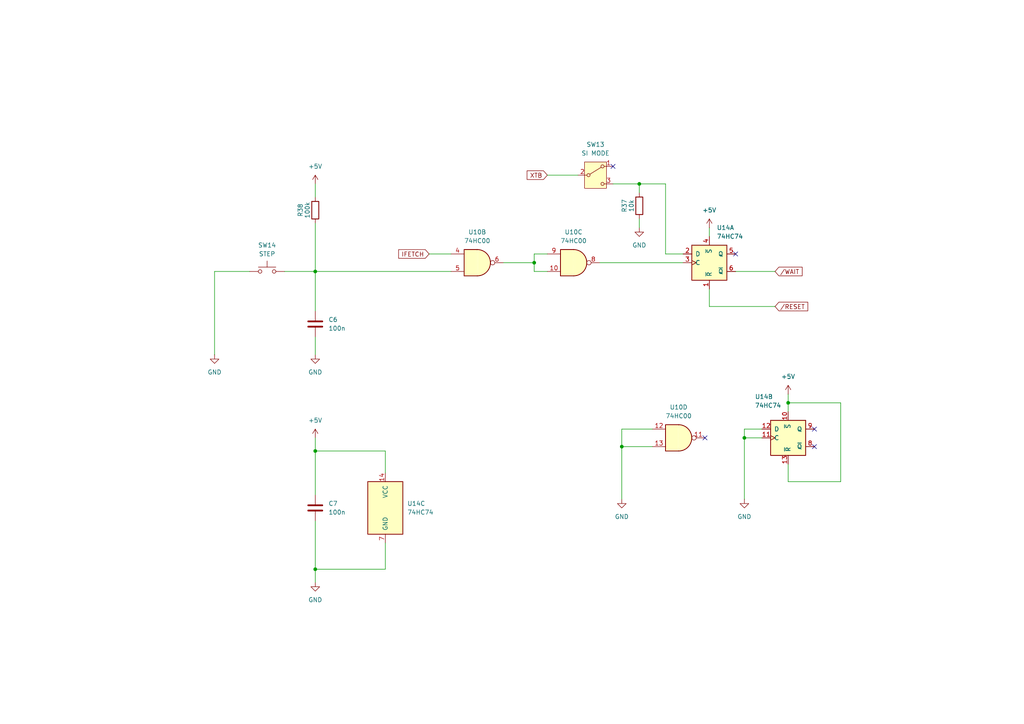
<source format=kicad_sch>
(kicad_sch (version 20250114) (generator "eeschema") (generator_version "9.0")
  (paper "A4")
  (lib_symbols
    (symbol "74xx:74HC00" (pin_names (offset 1.016))
      (property "Reference" "U" (at 0 1.27 0))
      (property "Value" "74HC00" (at 0 -1.27 0))
      (symbol "74HC00_1_1"
        (arc (start 0 3.81) (mid 3.7934 0) (end 0 -3.81) (stroke (width 0.254)) (fill (type background)))
        (polyline (pts (xy 0 3.81) (xy -3.81 3.81) (xy -3.81 -3.81) (xy 0 -3.81)) (stroke (width 0.254)) (fill (type background)))
        (pin input line (at -7.62 2.54 0) (length 3.81) (name "~") (number "1"))
        (pin input line (at -7.62 -2.54 0) (length 3.81) (name "~") (number "2"))
        (pin output inverted (at 7.62 0 180) (length 3.81) (name "~") (number "3"))
      )
      (symbol "74HC00_1_2"
        (arc (start -3.81 3.81) (mid -2.589 0) (end -3.81 -3.81) (stroke (width 0.254)))
        (polyline (pts (xy -3.81 3.81) (xy -0.635 3.81)) (stroke (width 0.254)) (fill (type background)))
        (polyline (pts (xy -3.81 -3.81) (xy -0.635 -3.81)) (stroke (width 0.254)) (fill (type background)))
        (arc (start 3.81 0) (mid 2.1855 -2.584) (end -0.6096 -3.81) (stroke (width 0.254)) (fill (type background)))
        (arc (start -0.6096 3.81) (mid 2.1928 2.5924) (end 3.81 0) (stroke (width 0.254)) (fill (type background)))
        (polyline (pts (xy -0.635 3.81) (xy -3.81 3.81) (xy -3.81 3.81) (xy -3.556 3.4036) (xy -3.0226 2.2606) (xy -2.6924 1.0414) (xy -2.6162 -0.254) (xy -2.7686 -1.4986) (xy -3.175 -2.7178) (xy -3.81 -3.81) (xy -3.81 -3.81) (xy -0.635 -3.81)) (stroke (width -25.4)) (fill (type background)))
        (pin input inverted (at -7.62 2.54 0) (length 4.318) (name "~") (number "1"))
        (pin input inverted (at -7.62 -2.54 0) (length 4.318) (name "~") (number "2"))
        (pin output line (at 7.62 0 180) (length 3.81) (name "~") (number "3"))
      )
      (symbol "74HC00_2_1"
        (arc (start 0 3.81) (mid 3.7934 0) (end 0 -3.81) (stroke (width 0.254)) (fill (type background)))
        (polyline (pts (xy 0 3.81) (xy -3.81 3.81) (xy -3.81 -3.81) (xy 0 -3.81)) (stroke (width 0.254)) (fill (type background)))
        (pin input line (at -7.62 2.54 0) (length 3.81) (name "~") (number "4"))
        (pin input line (at -7.62 -2.54 0) (length 3.81) (name "~") (number "5"))
        (pin output inverted (at 7.62 0 180) (length 3.81) (name "~") (number "6"))
      )
      (symbol "74HC00_2_2"
        (arc (start -3.81 3.81) (mid -2.589 0) (end -3.81 -3.81) (stroke (width 0.254)))
        (polyline (pts (xy -3.81 3.81) (xy -0.635 3.81)) (stroke (width 0.254)) (fill (type background)))
        (polyline (pts (xy -3.81 -3.81) (xy -0.635 -3.81)) (stroke (width 0.254)) (fill (type background)))
        (arc (start 3.81 0) (mid 2.1855 -2.584) (end -0.6096 -3.81) (stroke (width 0.254)) (fill (type background)))
        (arc (start -0.6096 3.81) (mid 2.1928 2.5924) (end 3.81 0) (stroke (width 0.254)) (fill (type background)))
        (polyline (pts (xy -0.635 3.81) (xy -3.81 3.81) (xy -3.81 3.81) (xy -3.556 3.4036) (xy -3.0226 2.2606) (xy -2.6924 1.0414) (xy -2.6162 -0.254) (xy -2.7686 -1.4986) (xy -3.175 -2.7178) (xy -3.81 -3.81) (xy -3.81 -3.81) (xy -0.635 -3.81)) (stroke (width -25.4)) (fill (type background)))
        (pin input inverted (at -7.62 2.54 0) (length 4.318) (name "~") (number "4"))
        (pin input inverted (at -7.62 -2.54 0) (length 4.318) (name "~") (number "5"))
        (pin output line (at 7.62 0 180) (length 3.81) (name "~") (number "6"))
      )
      (symbol "74HC00_3_1"
        (arc (start 0 3.81) (mid 3.7934 0) (end 0 -3.81) (stroke (width 0.254)) (fill (type background)))
        (polyline (pts (xy 0 3.81) (xy -3.81 3.81) (xy -3.81 -3.81) (xy 0 -3.81)) (stroke (width 0.254)) (fill (type background)))
        (pin input line (at -7.62 2.54 0) (length 3.81) (name "~") (number "9"))
        (pin input line (at -7.62 -2.54 0) (length 3.81) (name "~") (number "10"))
        (pin output inverted (at 7.62 0 180) (length 3.81) (name "~") (number "8"))
      )
      (symbol "74HC00_3_2"
        (arc (start -3.81 3.81) (mid -2.589 0) (end -3.81 -3.81) (stroke (width 0.254)))
        (polyline (pts (xy -3.81 3.81) (xy -0.635 3.81)) (stroke (width 0.254)) (fill (type background)))
        (polyline (pts (xy -3.81 -3.81) (xy -0.635 -3.81)) (stroke (width 0.254)) (fill (type background)))
        (arc (start 3.81 0) (mid 2.1855 -2.584) (end -0.6096 -3.81) (stroke (width 0.254)) (fill (type background)))
        (arc (start -0.6096 3.81) (mid 2.1928 2.5924) (end 3.81 0) (stroke (width 0.254)) (fill (type background)))
        (polyline (pts (xy -0.635 3.81) (xy -3.81 3.81) (xy -3.81 3.81) (xy -3.556 3.4036) (xy -3.0226 2.2606) (xy -2.6924 1.0414) (xy -2.6162 -0.254) (xy -2.7686 -1.4986) (xy -3.175 -2.7178) (xy -3.81 -3.81) (xy -3.81 -3.81) (xy -0.635 -3.81)) (stroke (width -25.4)) (fill (type background)))
        (pin input inverted (at -7.62 2.54 0) (length 4.318) (name "~") (number "9"))
        (pin input inverted (at -7.62 -2.54 0) (length 4.318) (name "~") (number "10"))
        (pin output line (at 7.62 0 180) (length 3.81) (name "~") (number "8"))
      )
      (symbol "74HC00_4_1"
        (arc (start 0 3.81) (mid 3.7934 0) (end 0 -3.81) (stroke (width 0.254)) (fill (type background)))
        (polyline (pts (xy 0 3.81) (xy -3.81 3.81) (xy -3.81 -3.81) (xy 0 -3.81)) (stroke (width 0.254)) (fill (type background)))
        (pin input line (at -7.62 2.54 0) (length 3.81) (name "~") (number "12"))
        (pin input line (at -7.62 -2.54 0) (length 3.81) (name "~") (number "13"))
        (pin output inverted (at 7.62 0 180) (length 3.81) (name "~") (number "11"))
      )
      (symbol "74HC00_4_2"
        (arc (start -3.81 3.81) (mid -2.589 0) (end -3.81 -3.81) (stroke (width 0.254)))
        (polyline (pts (xy -3.81 3.81) (xy -0.635 3.81)) (stroke (width 0.254)) (fill (type background)))
        (polyline (pts (xy -3.81 -3.81) (xy -0.635 -3.81)) (stroke (width 0.254)) (fill (type background)))
        (arc (start 3.81 0) (mid 2.1855 -2.584) (end -0.6096 -3.81) (stroke (width 0.254)) (fill (type background)))
        (arc (start -0.6096 3.81) (mid 2.1928 2.5924) (end 3.81 0) (stroke (width 0.254)) (fill (type background)))
        (polyline (pts (xy -0.635 3.81) (xy -3.81 3.81) (xy -3.81 3.81) (xy -3.556 3.4036) (xy -3.0226 2.2606) (xy -2.6924 1.0414) (xy -2.6162 -0.254) (xy -2.7686 -1.4986) (xy -3.175 -2.7178) (xy -3.81 -3.81) (xy -3.81 -3.81) (xy -0.635 -3.81)) (stroke (width -25.4)) (fill (type background)))
        (pin input inverted (at -7.62 2.54 0) (length 4.318) (name "~") (number "12"))
        (pin input inverted (at -7.62 -2.54 0) (length 4.318) (name "~") (number "13"))
        (pin output line (at 7.62 0 180) (length 3.81) (name "~") (number "11"))
      )
      (symbol "74HC00_5_0"
        (pin power_in line (at 0 12.7 270) (length 5.08) (name "VCC") (number "14"))
        (pin power_in line (at 0 -12.7 90) (length 5.08) (name "GND") (number "7"))
      )
      (symbol "74HC00_5_1"
        (rectangle (start -5.08 7.62) (end 5.08 -7.62) (stroke (width 0.254)) (fill (type background)))
      )
    )
    (symbol "74xx:74HC74" (pin_names (offset 1.016))
      (property "Reference" "U" (at -7.62 8.89 0))
      (property "Value" "74HC74" (at -7.62 -8.89 0))
      (symbol "74HC74_1_0"
        (pin input line (at -7.62 2.54 0) (length 2.54) (name "D") (number "2"))
        (pin input clock (at -7.62 0 0) (length 2.54) (name "C") (number "3"))
        (pin input line (at 0 7.62 270) (length 2.54) (name "~{S}") (number "4"))
        (pin input line (at 0 -7.62 90) (length 2.54) (name "~{R}") (number "1"))
        (pin output line (at 7.62 2.54 180) (length 2.54) (name "Q") (number "5"))
        (pin output line (at 7.62 -2.54 180) (length 2.54) (name "~{Q}") (number "6"))
      )
      (symbol "74HC74_1_1"
        (rectangle (start -5.08 5.08) (end 5.08 -5.08) (stroke (width 0.254)) (fill (type background)))
      )
      (symbol "74HC74_2_0"
        (pin input line (at -7.62 2.54 0) (length 2.54) (name "D") (number "12"))
        (pin input clock (at -7.62 0 0) (length 2.54) (name "C") (number "11"))
        (pin input line (at 0 7.62 270) (length 2.54) (name "~{S}") (number "10"))
        (pin input line (at 0 -7.62 90) (length 2.54) (name "~{R}") (number "13"))
        (pin output line (at 7.62 2.54 180) (length 2.54) (name "Q") (number "9"))
        (pin output line (at 7.62 -2.54 180) (length 2.54) (name "~{Q}") (number "8"))
      )
      (symbol "74HC74_2_1"
        (rectangle (start -5.08 5.08) (end 5.08 -5.08) (stroke (width 0.254)) (fill (type background)))
      )
      (symbol "74HC74_3_0"
        (pin power_in line (at 0 10.16 270) (length 2.54) (name "VCC") (number "14"))
        (pin power_in line (at 0 -10.16 90) (length 2.54) (name "GND") (number "7"))
      )
      (symbol "74HC74_3_1"
        (rectangle (start -5.08 7.62) (end 5.08 -7.62) (stroke (width 0.254)) (fill (type background)))
      )
    )
    (symbol "Device:C" (pin_numbers (hide yes)) (pin_names (offset 0.254))
      (property "Reference" "C" (at 0.635 2.54 0))
      (property "Value" "C" (at 0.635 -2.54 0))
      (symbol "C_0_1"
        (polyline (pts (xy -2.032 0.762) (xy 2.032 0.762)) (stroke (width 0.508)))
        (polyline (pts (xy -2.032 -0.762) (xy 2.032 -0.762)) (stroke (width 0.508)))
      )
      (symbol "C_1_1"
        (pin passive line (at 0 3.81 270) (length 2.794) (name "~") (number "1"))
        (pin passive line (at 0 -3.81 90) (length 2.794) (name "~") (number "2"))
      )
    )
    (symbol "Device:R" (pin_numbers (hide yes)) (pin_names (offset 0))
      (property "Reference" "R" (at 2.032 0 90))
      (property "Value" "R" (at 0 0 90))
      (symbol "R_0_1"
        (rectangle (start -1.016 -2.54) (end 1.016 2.54) (stroke (width 0.254)))
      )
      (symbol "R_1_1"
        (pin passive line (at 0 3.81 270) (length 1.27) (name "~") (number "1"))
        (pin passive line (at 0 -3.81 90) (length 1.27) (name "~") (number "2"))
      )
    )
    (symbol "Switch:SW_Push" (pin_numbers (hide yes)) (pin_names (offset 1.016) (hide yes))
      (property "Reference" "SW" (at 1.27 2.54 0))
      (property "Value" "SW_Push" (at 0 -1.524 0))
      (symbol "SW_Push_0_1"
        (circle (center -2.032 0) (radius 0.508))
        (polyline (pts (xy 0 1.27) (xy 0 3.048)))
        (circle (center 2.032 0) (radius 0.508))
        (polyline (pts (xy 2.54 1.27) (xy -2.54 1.27)))
        (pin passive line (at -5.08 0 0) (length 2.54) (name "1") (number "1"))
        (pin passive line (at 5.08 0 180) (length 2.54) (name "2") (number "2"))
      )
    )
    (symbol "Switch:SW_SPDT" (pin_names (offset 0) (hide yes))
      (property "Reference" "SW" (at 0 5.08 0))
      (property "Value" "SW_SPDT" (at 0 -5.08 0))
      (symbol "SW_SPDT_0_1"
        (circle (center -2.032 0) (radius 0.4572))
        (polyline (pts (xy -1.651 0.254) (xy 1.651 2.286)))
        (circle (center 2.032 2.54) (radius 0.4572))
        (circle (center 2.032 -2.54) (radius 0.4572))
      )
      (symbol "SW_SPDT_1_1"
        (rectangle (start -3.175 3.81) (end 3.175 -3.81) (fill (type background)))
        (pin passive line (at -5.08 0 0) (length 2.54) (name "B") (number "2"))
        (pin passive line (at 5.08 2.54 180) (length 2.54) (name "A") (number "1"))
        (pin passive line (at 5.08 -2.54 180) (length 2.54) (name "C") (number "3"))
      )
    )
    (symbol "power:+5V" (power) (pin_numbers (hide yes)) (pin_names (offset 0) (hide yes))
      (property "Value" "+5V" (at 0 3.556 0))
      (symbol "+5V_0_1"
        (polyline (pts (xy -0.762 1.27) (xy 0 2.54)))
        (polyline (pts (xy 0 2.54) (xy 0.762 1.27)))
        (polyline (pts (xy 0 0) (xy 0 2.54)))
      )
      (symbol "+5V_1_1"
        (pin power_in line (at 0 0 90) (length 0) (name "~") (number "1"))
      )
    )
    (symbol "power:GND" (power) (pin_numbers (hide yes)) (pin_names (offset 0) (hide yes))
      (property "Value" "GND" (at 0 -3.81 0))
      (symbol "GND_0_1"
        (polyline (pts (xy 0 0) (xy 0 -1.27) (xy 1.27 -1.27) (xy 0 -2.54) (xy -1.27 -1.27) (xy 0 -1.27)))
      )
      (symbol "GND_1_1"
        (pin power_in line (at 0 0 270) (length 0) (name "~") (number "1"))
      )
    )
  )
  (junction (at 228.6 116.84))
  (junction (at 215.9 127))
  (junction (at 91.44 130.81))
  (junction (at 91.44 78.74))
  (junction (at 180.34 129.54))
  (junction (at 185.42 53.34))
  (junction (at 154.94 76.2))
  (junction (at 91.44 165.1))
  (no_connect (at 236.22 129.54))
  (no_connect (at 177.8 48.26))
  (no_connect (at 204.47 127))
  (no_connect (at 236.22 124.46))
  (no_connect (at 213.36 73.66))
  (wire (pts (xy 180.34 124.46) (xy 189.23 124.46)))
  (wire (pts (xy 185.42 53.34) (xy 193.04 53.34)))
  (wire (pts (xy 215.9 127) (xy 220.98 127)))
  (wire (pts (xy 205.74 88.9) (xy 205.74 83.82)))
  (wire (pts (xy 62.23 78.74) (xy 72.39 78.74)))
  (wire (pts (xy 215.9 144.78) (xy 215.9 127)))
  (wire (pts (xy 91.44 53.34) (xy 91.44 57.15)))
  (wire (pts (xy 180.34 129.54) (xy 189.23 129.54)))
  (wire (pts (xy 158.75 78.74) (xy 154.94 78.74)))
  (wire (pts (xy 91.44 130.81) (xy 111.76 130.81)))
  (wire (pts (xy 180.34 129.54) (xy 180.34 124.46)))
  (wire (pts (xy 228.6 114.3) (xy 228.6 116.84)))
  (wire (pts (xy 154.94 73.66) (xy 158.75 73.66)))
  (wire (pts (xy 91.44 127) (xy 91.44 130.81)))
  (wire (pts (xy 91.44 78.74) (xy 91.44 90.17)))
  (wire (pts (xy 124.46 73.66) (xy 130.81 73.66)))
  (wire (pts (xy 158.75 50.8) (xy 167.64 50.8)))
  (wire (pts (xy 154.94 76.2) (xy 154.94 73.66)))
  (wire (pts (xy 91.44 151.13) (xy 91.44 165.1)))
  (wire (pts (xy 82.55 78.74) (xy 91.44 78.74)))
  (wire (pts (xy 224.79 88.9) (xy 205.74 88.9)))
  (wire (pts (xy 215.9 127) (xy 215.9 124.46)))
  (wire (pts (xy 228.6 116.84) (xy 228.6 119.38)))
  (wire (pts (xy 91.44 97.79) (xy 91.44 102.87)))
  (wire (pts (xy 228.6 139.7) (xy 228.6 134.62)))
  (wire (pts (xy 185.42 53.34) (xy 185.42 55.88)))
  (wire (pts (xy 185.42 63.5) (xy 185.42 66.04)))
  (wire (pts (xy 111.76 157.48) (xy 111.76 165.1)))
  (wire (pts (xy 111.76 130.81) (xy 111.76 137.16)))
  (wire (pts (xy 62.23 102.87) (xy 62.23 78.74)))
  (wire (pts (xy 91.44 78.74) (xy 130.81 78.74)))
  (wire (pts (xy 91.44 64.77) (xy 91.44 78.74)))
  (wire (pts (xy 154.94 78.74) (xy 154.94 76.2)))
  (wire (pts (xy 91.44 165.1) (xy 111.76 165.1)))
  (wire (pts (xy 177.8 53.34) (xy 185.42 53.34)))
  (wire (pts (xy 193.04 53.34) (xy 193.04 73.66)))
  (wire (pts (xy 243.84 116.84) (xy 243.84 139.7)))
  (wire (pts (xy 180.34 144.78) (xy 180.34 129.54)))
  (wire (pts (xy 213.36 78.74) (xy 224.79 78.74)))
  (wire (pts (xy 215.9 124.46) (xy 220.98 124.46)))
  (wire (pts (xy 91.44 130.81) (xy 91.44 143.51)))
  (wire (pts (xy 193.04 73.66) (xy 198.12 73.66)))
  (wire (pts (xy 243.84 139.7) (xy 228.6 139.7)))
  (wire (pts (xy 228.6 116.84) (xy 243.84 116.84)))
  (wire (pts (xy 205.74 66.04) (xy 205.74 68.58)))
  (wire (pts (xy 146.05 76.2) (xy 154.94 76.2)))
  (wire (pts (xy 91.44 165.1) (xy 91.44 168.91)))
  (wire (pts (xy 173.99 76.2) (xy 198.12 76.2)))
  (global_label "{slash}WAIT" (shape input) (at 224.79 78.74 0) (property "Intersheetrefs" "${INTERSHEET_REFS}" (effects (hide yes))))
  (global_label "XTB" (shape input) (at 158.75 50.8 180) (property "Intersheetrefs" "${INTERSHEET_REFS}" (effects (hide yes))))
  (global_label "IFETCH" (shape input) (at 124.46 73.66 180) (property "Intersheetrefs" "${INTERSHEET_REFS}" (effects (hide yes))))
  (global_label "{slash}RESET" (shape input) (at 224.79 88.9 0) (property "Intersheetrefs" "${INTERSHEET_REFS}" (effects (hide yes))))
  (symbol (lib_id "power:GND") (at 180.34 144.78 0) (unit 1)
    (property "Reference" "#PWR073" (effects (hide yes)))
    (property "Value" "GND" (at 180.34 149.86 0))
    (property "Description" "Power symbol creates a global label with name \"GND\" , ground" (effects (hide yes)))
  )
  (symbol (lib_id "Switch:SW_SPDT") (at 172.72 50.8 0) (unit 1)
    (property "Reference" "SW13" (at 172.72 41.91 0))
    (property "Value" "SI MODE" (at 172.72 44.45 0))
    (property "Footprint" "Connector_PinHeader_2.54mm:PinHeader_1x03_P2.54mm_Vertical" (effects (hide yes)))
    (property "Description" "Switch, single pole double throw" (effects (hide yes)))
  )
  (symbol (lib_id "74xx:74HC00") (at 138.43 76.2 0) (unit 2)
    (property "Reference" "U10" (at 138.4217 67.31 0))
    (property "Value" "74HC00" (at 138.4217 69.85 0))
    (property "Footprint" "Package_SO:SO-14_3.9x8.65mm_P1.27mm" (effects (hide yes)))
    (property "Datasheet" "http://www.ti.com/lit/gpn/sn74hc00" (effects (hide yes)))
    (property "Description" "quad 2-input NAND gate" (effects (hide yes)))
  )
  (symbol (lib_id "power:GND") (at 215.9 144.78 0) (unit 1)
    (property "Reference" "#PWR072" (effects (hide yes)))
    (property "Value" "GND" (at 215.9 149.86 0))
    (property "Description" "Power symbol creates a global label with name \"GND\" , ground" (effects (hide yes)))
  )
  (symbol (lib_id "power:GND") (at 91.44 168.91 0) (unit 1)
    (property "Reference" "#PWR070" (effects (hide yes)))
    (property "Value" "GND" (at 91.44 173.99 0))
    (property "Description" "Power symbol creates a global label with name \"GND\" , ground" (effects (hide yes)))
  )
  (symbol (lib_id "power:+5V") (at 91.44 53.34 0) (unit 1)
    (property "Reference" "#PWR066" (effects (hide yes)))
    (property "Value" "+5V" (at 91.44 48.26 0))
    (property "Description" "Power symbol creates a global label with name \"+5V\"" (effects (hide yes)))
  )
  (symbol (lib_id "power:GND") (at 185.42 66.04 0) (unit 1)
    (property "Reference" "#PWR065" (effects (hide yes)))
    (property "Value" "GND" (at 185.42 71.12 0))
    (property "Description" "Power symbol creates a global label with name \"GND\" , ground" (effects (hide yes)))
  )
  (symbol (lib_id "Device:R") (at 185.42 59.69 180) (unit 1)
    (property "Reference" "R37" (at 181.102 59.69 90))
    (property "Value" "10k" (at 183.134 59.69 90))
    (property "Footprint" "Resistor_SMD:R_0805_2012Metric" (effects (hide yes)))
    (property "Description" "Resistor" (effects (hide yes)))
  )
  (symbol (lib_id "power:GND") (at 91.44 102.87 0) (unit 1)
    (property "Reference" "#PWR067" (effects (hide yes)))
    (property "Value" "GND" (at 91.44 107.95 0))
    (property "Description" "Power symbol creates a global label with name \"GND\" , ground" (effects (hide yes)))
  )
  (symbol (lib_id "74xx:74HC74") (at 228.6 127 0) (unit 2)
    (property "Reference" "U14" (at 218.948 115.062 0) (effects (justify left)))
    (property "Value" "74HC74" (at 218.948 117.602 0) (effects (justify left)))
    (property "Footprint" "Package_SO:SO-14_3.9x8.65mm_P1.27mm" (effects (hide yes)))
    (property "Datasheet" "74xx/74hc_hct74.pdf" (effects (hide yes)))
    (property "Description" "Dual D Flip-flop, Set & Reset" (effects (hide yes)))
  )
  (symbol (lib_id "power:+5V") (at 228.6 114.3 0) (unit 1)
    (property "Reference" "#PWR071" (effects (hide yes)))
    (property "Value" "+5V" (at 228.6 109.22 0))
    (property "Description" "Power symbol creates a global label with name \"+5V\"" (effects (hide yes)))
  )
  (symbol (lib_id "74xx:74HC00") (at 166.37 76.2 0) (unit 3)
    (property "Reference" "U10" (at 166.3617 67.31 0))
    (property "Value" "74HC00" (at 166.3617 69.85 0))
    (property "Footprint" "Package_SO:SO-14_3.9x8.65mm_P1.27mm" (effects (hide yes)))
    (property "Datasheet" "http://www.ti.com/lit/gpn/sn74hc00" (effects (hide yes)))
    (property "Description" "quad 2-input NAND gate" (effects (hide yes)))
  )
  (symbol (lib_id "power:+5V") (at 91.44 127 0) (unit 1)
    (property "Reference" "#PWR069" (effects (hide yes)))
    (property "Value" "+5V" (at 91.44 121.92 0))
    (property "Description" "Power symbol creates a global label with name \"+5V\"" (effects (hide yes)))
  )
  (symbol (lib_id "74xx:74HC00") (at 196.85 127 0) (unit 4)
    (property "Reference" "U10" (at 196.8417 118.11 0))
    (property "Value" "74HC00" (at 196.8417 120.65 0))
    (property "Footprint" "Package_SO:SO-14_3.9x8.65mm_P1.27mm" (effects (hide yes)))
    (property "Datasheet" "http://www.ti.com/lit/gpn/sn74hc00" (effects (hide yes)))
    (property "Description" "quad 2-input NAND gate" (effects (hide yes)))
  )
  (symbol (lib_id "Device:R") (at 91.44 60.96 180) (unit 1)
    (property "Reference" "R38" (at 87.122 60.96 90))
    (property "Value" "100k" (at 89.154 60.96 90))
    (property "Footprint" "Resistor_SMD:R_0805_2012Metric" (effects (hide yes)))
    (property "Description" "Resistor" (effects (hide yes)))
  )
  (symbol (lib_id "Switch:SW_Push") (at 77.47 78.74 0) (unit 1)
    (property "Reference" "SW14" (at 77.47 71.12 0))
    (property "Value" "STEP" (at 77.47 73.66 0))
    (property "Footprint" "Button_Switch_THT:SW_PUSH_6mm_H4.3mm" (effects (hide yes)))
    (property "Description" "Push button switch, generic, two pins" (effects (hide yes)))
  )
  (symbol (lib_id "power:GND") (at 62.23 102.87 0) (unit 1)
    (property "Reference" "#PWR068" (effects (hide yes)))
    (property "Value" "GND" (at 62.23 107.95 0))
    (property "Description" "Power symbol creates a global label with name \"GND\" , ground" (effects (hide yes)))
  )
  (symbol (lib_id "Device:C") (at 91.44 147.32 0) (unit 1)
    (property "Reference" "C7" (at 95.25 146.0499 0) (effects (justify left)))
    (property "Value" "100n" (at 95.25 148.5899 0) (effects (justify left)))
    (property "Footprint" "Capacitor_SMD:C_0805_2012Metric_Pad1.18x1.45mm_HandSolder" (effects (hide yes)))
    (property "Description" "Unpolarized capacitor" (effects (hide yes)))
  )
  (symbol (lib_id "Device:C") (at 91.44 93.98 0) (unit 1)
    (property "Reference" "C6" (at 95.25 92.7099 0) (effects (justify left)))
    (property "Value" "100n" (at 95.25 95.2499 0) (effects (justify left)))
    (property "Footprint" "Capacitor_SMD:C_0805_2012Metric_Pad1.18x1.45mm_HandSolder" (effects (hide yes)))
    (property "Description" "Unpolarized capacitor" (effects (hide yes)))
  )
  (symbol (lib_id "74xx:74HC74") (at 205.74 76.2 0) (unit 1)
    (property "Reference" "U14" (at 207.8833 66.04 0) (effects (justify left)))
    (property "Value" "74HC74" (at 207.8833 68.58 0) (effects (justify left)))
    (property "Footprint" "Package_SO:SO-14_3.9x8.65mm_P1.27mm" (effects (hide yes)))
    (property "Datasheet" "74xx/74hc_hct74.pdf" (effects (hide yes)))
    (property "Description" "Dual D Flip-flop, Set & Reset" (effects (hide yes)))
  )
  (symbol (lib_id "power:+5V") (at 205.74 66.04 0) (unit 1)
    (property "Reference" "#PWR064" (effects (hide yes)))
    (property "Value" "+5V" (at 205.74 60.96 0))
    (property "Description" "Power symbol creates a global label with name \"+5V\"" (effects (hide yes)))
  )
  (symbol (lib_id "74xx:74HC74") (at 111.76 147.32 0) (unit 3)
    (property "Reference" "U14" (at 118.11 146.0499 0) (effects (justify left)))
    (property "Value" "74HC74" (at 118.11 148.5899 0) (effects (justify left)))
    (property "Footprint" "Package_SO:SO-14_3.9x8.65mm_P1.27mm" (effects (hide yes)))
    (property "Datasheet" "74xx/74hc_hct74.pdf" (effects (hide yes)))
    (property "Description" "Dual D Flip-flop, Set & Reset" (effects (hide yes)))
  )
)
</source>
